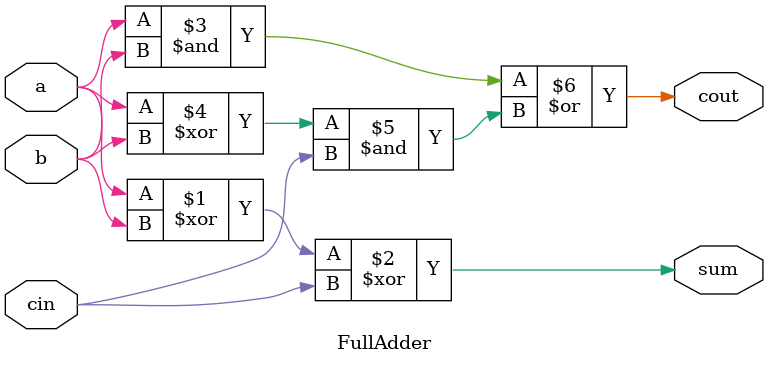
<source format=v>
`timescale 1ns/1ns
module FullAdder( a, b, cin, sum, cout );
// 定義哪些 ports 為 input，哪些為 output
input a, b, cin;
output sum, cout;
// 根據加法器運算，sum 為 a XOR b XOR cin
assign sum = a ^ b ^ cin;
// cout 為 ( a AND b ) OR ( ( A XOR B ) AND cin )
assign cout = (a & b) | ((a ^ b) & cin);

endmodule
</source>
